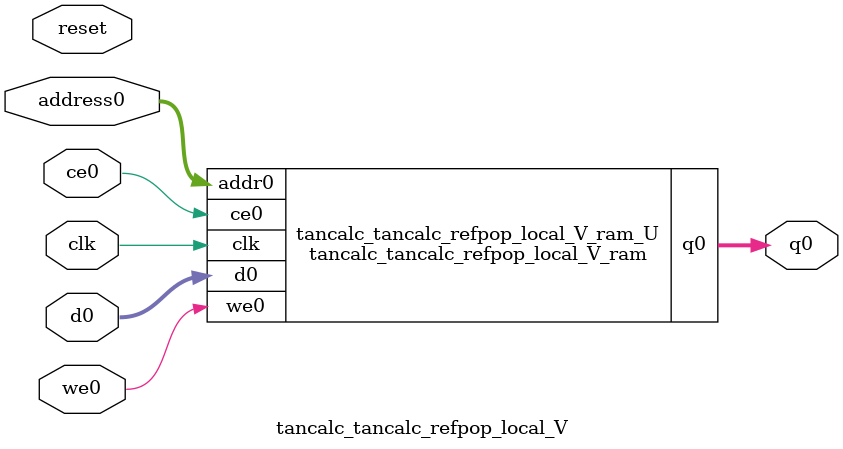
<source format=v>
`timescale 1 ns / 1 ps
module tancalc_tancalc_refpop_local_V_ram (addr0, ce0, d0, we0, q0,  clk);

parameter DWIDTH = 11;
parameter AWIDTH = 10;
parameter MEM_SIZE = 1024;

input[AWIDTH-1:0] addr0;
input ce0;
input[DWIDTH-1:0] d0;
input we0;
output reg[DWIDTH-1:0] q0;
input clk;

(* ram_style = "block" *)reg [DWIDTH-1:0] ram[0:MEM_SIZE-1];




always @(posedge clk)  
begin 
    if (ce0) 
    begin
        if (we0) 
        begin 
            ram[addr0] <= d0; 
        end 
        q0 <= ram[addr0];
    end
end


endmodule

`timescale 1 ns / 1 ps
module tancalc_tancalc_refpop_local_V(
    reset,
    clk,
    address0,
    ce0,
    we0,
    d0,
    q0);

parameter DataWidth = 32'd11;
parameter AddressRange = 32'd1024;
parameter AddressWidth = 32'd10;
input reset;
input clk;
input[AddressWidth - 1:0] address0;
input ce0;
input we0;
input[DataWidth - 1:0] d0;
output[DataWidth - 1:0] q0;



tancalc_tancalc_refpop_local_V_ram tancalc_tancalc_refpop_local_V_ram_U(
    .clk( clk ),
    .addr0( address0 ),
    .ce0( ce0 ),
    .we0( we0 ),
    .d0( d0 ),
    .q0( q0 ));

endmodule


</source>
